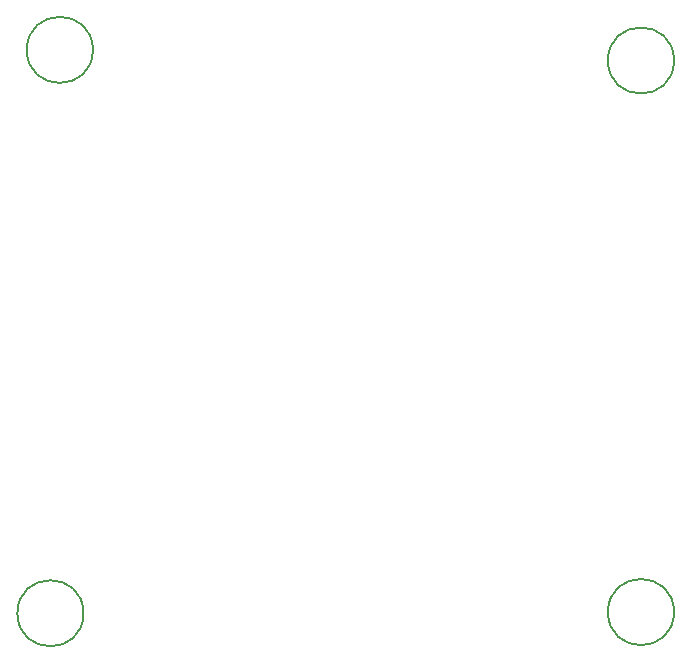
<source format=gbr>
%TF.GenerationSoftware,KiCad,Pcbnew,(6.0.1)*%
%TF.CreationDate,2022-07-20T21:55:55-07:00*%
%TF.ProjectId,LogicAnalyzer,4c6f6769-6341-46e6-916c-797a65722e6b,rev?*%
%TF.SameCoordinates,Original*%
%TF.FileFunction,Other,Comment*%
%FSLAX46Y46*%
G04 Gerber Fmt 4.6, Leading zero omitted, Abs format (unit mm)*
G04 Created by KiCad (PCBNEW (6.0.1)) date 2022-07-20 21:55:55*
%MOMM*%
%LPD*%
G01*
G04 APERTURE LIST*
%ADD10C,0.150000*%
G04 APERTURE END LIST*
D10*
%TO.C,MH*%
X129200000Y-113100000D02*
G75*
G03*
X129200000Y-113100000I-2800000J0D01*
G01*
X80000000Y-65500000D02*
G75*
G03*
X80000000Y-65500000I-2800000J0D01*
G01*
X129200000Y-66400000D02*
G75*
G03*
X129200000Y-66400000I-2800000J0D01*
G01*
X79200000Y-113200000D02*
G75*
G03*
X79200000Y-113200000I-2800000J0D01*
G01*
%TD*%
M02*

</source>
